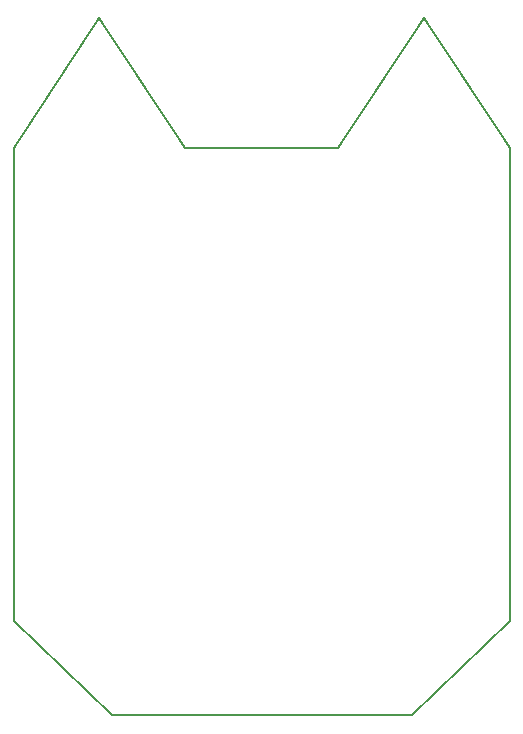
<source format=gbr>
G04 #@! TF.GenerationSoftware,KiCad,Pcbnew,5.1.5+dfsg1-2build2*
G04 #@! TF.CreationDate,2021-10-07T21:38:51-07:00*
G04 #@! TF.ProjectId,Nugget-PCB,4e756767-6574-42d5-9043-422e6b696361,rev?*
G04 #@! TF.SameCoordinates,Original*
G04 #@! TF.FileFunction,Profile,NP*
%FSLAX46Y46*%
G04 Gerber Fmt 4.6, Leading zero omitted, Abs format (unit mm)*
G04 Created by KiCad (PCBNEW 5.1.5+dfsg1-2build2) date 2021-10-07 21:38:51*
%MOMM*%
%LPD*%
G04 APERTURE LIST*
%ADD10C,0.200000*%
G04 APERTURE END LIST*
D10*
X-21000000Y-20000000D02*
X-21000000Y20000000D01*
X-12700000Y-28000000D02*
X-21000000Y-20000000D01*
X12700000Y-28000000D02*
X-12700000Y-28000000D01*
X21000000Y-20000000D02*
X12700000Y-28000000D01*
X21000000Y20000000D02*
X21000000Y-20000000D01*
X13750000Y31000000D02*
X21000000Y20000000D01*
X6500000Y20000000D02*
X13750000Y31000000D01*
X-6499999Y20000000D02*
X6500000Y20000000D01*
X-13750000Y31000000D02*
X-6499999Y20000000D01*
X-21000000Y20000000D02*
X-13750000Y31000000D01*
M02*

</source>
